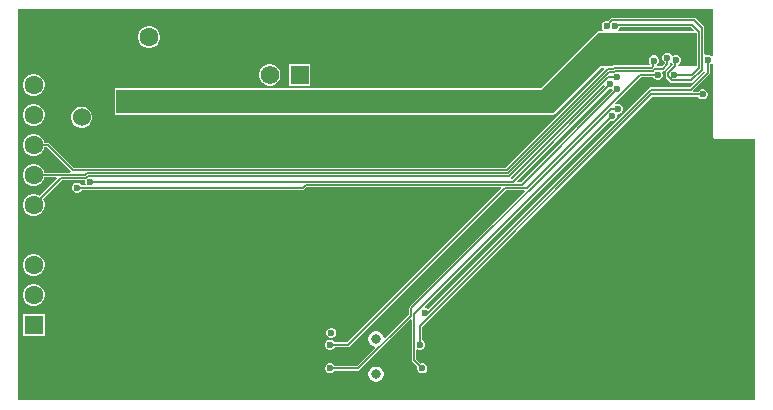
<source format=gbr>
%TF.GenerationSoftware,Altium Limited,Altium Designer,23.4.1 (23)*%
G04 Layer_Physical_Order=2*
G04 Layer_Color=16711680*
%FSLAX45Y45*%
%MOMM*%
%TF.SameCoordinates,38C36DA3-20F4-41F3-B595-29ED6E075D57*%
%TF.FilePolarity,Positive*%
%TF.FileFunction,Copper,L2,Bot,Signal*%
%TF.Part,Single*%
G01*
G75*
%TA.AperFunction,Conductor*%
%ADD25C,0.12700*%
%TA.AperFunction,ViaPad*%
%ADD30C,1.60000*%
%TA.AperFunction,ComponentPad*%
%ADD31C,1.60000*%
%ADD32R,1.60000X1.60000*%
%ADD33C,0.80000*%
%ADD34C,1.52400*%
%ADD35C,1.57000*%
%ADD36R,1.57000X1.57000*%
%TA.AperFunction,ViaPad*%
%ADD37C,0.60000*%
G36*
X7987052Y5705480D02*
X7982192Y5693747D01*
X7352470D01*
X7350089Y5698434D01*
X7348576Y5706447D01*
X7358892Y5716763D01*
X7364614Y5730577D01*
X7961955D01*
X7987052Y5705480D01*
D02*
G37*
G36*
X8151253Y5875000D02*
Y5486894D01*
X8138553Y5481633D01*
X8131487Y5488699D01*
X8115794Y5495200D01*
X8098807D01*
X8090373Y5491707D01*
X8077673Y5499853D01*
Y5721749D01*
X8077673Y5721750D01*
X8076195Y5729183D01*
X8071984Y5735484D01*
X8071984Y5735485D01*
X8003734Y5803734D01*
X7997433Y5807945D01*
X7990000Y5809423D01*
X7300000D01*
X7292567Y5807945D01*
X7286266Y5803734D01*
X7286265Y5803734D01*
X7263258Y5780726D01*
X7258493Y5782700D01*
X7241506D01*
X7225812Y5776199D01*
X7213801Y5764187D01*
X7207300Y5748493D01*
Y5731506D01*
X7213801Y5715813D01*
X7223167Y5706447D01*
X7219551Y5694173D01*
X7219273Y5693747D01*
X7180001D01*
X7180000Y5693747D01*
X7170280Y5689720D01*
X6694306Y5213746D01*
X3100000D01*
X3090280Y5209720D01*
X3086253Y5200000D01*
Y5000000D01*
X3090280Y4990280D01*
X3100000Y4986253D01*
X6800000D01*
X6809720Y4990280D01*
X6809720Y4990280D01*
X7205694Y5386254D01*
X7226271D01*
X7231131Y5374520D01*
X6395884Y4539273D01*
X2738195D01*
X2530734Y4746734D01*
X2524433Y4750945D01*
X2517000Y4752423D01*
X2490765D01*
X2486382Y4768781D01*
X2474178Y4789919D01*
X2456919Y4807178D01*
X2435781Y4819382D01*
X2412204Y4825700D01*
X2387796D01*
X2364219Y4819382D01*
X2343081Y4807178D01*
X2325822Y4789919D01*
X2313618Y4768781D01*
X2307300Y4745204D01*
Y4720796D01*
X2313618Y4697219D01*
X2325822Y4676081D01*
X2343081Y4658822D01*
X2364219Y4646618D01*
X2387796Y4640300D01*
X2412204D01*
X2435781Y4646618D01*
X2456919Y4658822D01*
X2474178Y4676081D01*
X2486382Y4697219D01*
X2490765Y4713577D01*
X2508955D01*
X2711408Y4511123D01*
X2706148Y4498423D01*
X2490765D01*
X2486382Y4514781D01*
X2474178Y4535919D01*
X2456919Y4553178D01*
X2435781Y4565382D01*
X2412204Y4571700D01*
X2387796D01*
X2364219Y4565382D01*
X2343081Y4553178D01*
X2325822Y4535919D01*
X2313618Y4514781D01*
X2307300Y4491204D01*
Y4466796D01*
X2313618Y4443219D01*
X2325822Y4422081D01*
X2343081Y4404822D01*
X2364219Y4392618D01*
X2387796Y4386300D01*
X2412204D01*
X2435781Y4392618D01*
X2456919Y4404822D01*
X2474178Y4422081D01*
X2486382Y4443219D01*
X2490765Y4459577D01*
X2590515D01*
X2595375Y4447844D01*
X2450447Y4302915D01*
X2435781Y4311382D01*
X2412204Y4317700D01*
X2387796D01*
X2364219Y4311382D01*
X2343081Y4299178D01*
X2325822Y4281919D01*
X2313618Y4260781D01*
X2307300Y4237204D01*
Y4212796D01*
X2313618Y4189219D01*
X2325822Y4168081D01*
X2343081Y4150822D01*
X2364219Y4138618D01*
X2387796Y4132300D01*
X2412204D01*
X2435781Y4138618D01*
X2456919Y4150822D01*
X2474178Y4168081D01*
X2486382Y4189219D01*
X2492700Y4212796D01*
Y4237204D01*
X2486382Y4260781D01*
X2477915Y4275447D01*
X2636645Y4434177D01*
X2833503D01*
X2837300Y4428493D01*
Y4411507D01*
X2840793Y4403073D01*
X2832647Y4390373D01*
X2807223D01*
X2805249Y4395138D01*
X2793237Y4407149D01*
X2777544Y4413650D01*
X2760557D01*
X2744863Y4407149D01*
X2732851Y4395138D01*
X2726350Y4379444D01*
Y4362457D01*
X2732851Y4346763D01*
X2744863Y4334751D01*
X2760557Y4328250D01*
X2777544D01*
X2793237Y4334751D01*
X2805249Y4346763D01*
X2807223Y4351527D01*
X4677667D01*
X4685100Y4353006D01*
X4691401Y4357216D01*
X4709362Y4375177D01*
X6353765D01*
X6358625Y4363444D01*
X5054604Y3059423D01*
X4948173D01*
X4946199Y3064187D01*
X4934187Y3076199D01*
X4918494Y3082700D01*
X4901507D01*
X4885813Y3076199D01*
X4873801Y3064187D01*
X4867300Y3048494D01*
Y3031507D01*
X4873801Y3015813D01*
X4885813Y3003801D01*
X4901507Y2997300D01*
X4918494D01*
X4934187Y3003801D01*
X4946199Y3015813D01*
X4948173Y3020577D01*
X5062650D01*
X5070083Y3022055D01*
X5076384Y3026266D01*
X6399895Y4349777D01*
X6553848D01*
X6558708Y4338044D01*
X5581816Y3361152D01*
X5577606Y3354850D01*
X5576127Y3347417D01*
Y3295191D01*
X5374233Y3093297D01*
X5368241Y3095779D01*
X5362295Y3099320D01*
X5358070Y3115089D01*
X5349513Y3129911D01*
X5337411Y3142013D01*
X5322589Y3150570D01*
X5306057Y3155000D01*
X5288942D01*
X5272411Y3150570D01*
X5257589Y3142013D01*
X5245487Y3129911D01*
X5236930Y3115089D01*
X5232500Y3098557D01*
Y3081442D01*
X5236930Y3064911D01*
X5245487Y3050089D01*
X5257589Y3037987D01*
X5272411Y3029430D01*
X5288180Y3025205D01*
X5291721Y3019258D01*
X5294203Y3013267D01*
X5140359Y2859423D01*
X4948173D01*
X4946199Y2864187D01*
X4934187Y2876199D01*
X4918494Y2882700D01*
X4901507D01*
X4885813Y2876199D01*
X4873801Y2864187D01*
X4867300Y2848493D01*
Y2831506D01*
X4873801Y2815813D01*
X4885813Y2803801D01*
X4901507Y2797300D01*
X4918494D01*
X4934187Y2803801D01*
X4946199Y2815813D01*
X4948173Y2820577D01*
X5148404D01*
X5155837Y2822055D01*
X5162139Y2826266D01*
X5589794Y3253921D01*
X5601527Y3249061D01*
Y2909050D01*
X5603006Y2901617D01*
X5607216Y2895316D01*
X5649274Y2853258D01*
X5647300Y2848493D01*
Y2831506D01*
X5653801Y2815813D01*
X5665813Y2803801D01*
X5681507Y2797300D01*
X5698494D01*
X5714187Y2803801D01*
X5726199Y2815813D01*
X5732700Y2831506D01*
Y2848493D01*
X5726199Y2864187D01*
X5714187Y2876199D01*
X5698494Y2882700D01*
X5681507D01*
X5676742Y2880726D01*
X5640373Y2917095D01*
Y2992647D01*
X5653074Y3000793D01*
X5661507Y2997300D01*
X5678494D01*
X5694187Y3003801D01*
X5706199Y3015813D01*
X5712700Y3031507D01*
Y3048494D01*
X5706199Y3064187D01*
X5694187Y3076199D01*
X5689423Y3078173D01*
Y3192588D01*
X7637412Y5140577D01*
X8024327D01*
X8026301Y5135812D01*
X8038312Y5123801D01*
X8054006Y5117300D01*
X8070993D01*
X8086687Y5123801D01*
X8098699Y5135812D01*
X8105200Y5151506D01*
Y5168493D01*
X8098699Y5184187D01*
X8086687Y5196199D01*
X8070993Y5202700D01*
X8054006D01*
X8038312Y5196199D01*
X8026301Y5184187D01*
X8024327Y5179423D01*
X7989452D01*
X7984192Y5192123D01*
X8121034Y5328965D01*
X8125245Y5335267D01*
X8126723Y5342700D01*
Y5414327D01*
X8131487Y5416301D01*
X8138553Y5423367D01*
X8151253Y5418106D01*
Y4800000D01*
X8155280Y4790280D01*
X8165000Y4786254D01*
X8504609D01*
Y2570391D01*
X2270391D01*
Y5879609D01*
X8148173D01*
X8151253Y5875000D01*
D02*
G37*
G36*
X8013427Y5679105D02*
Y5400000D01*
X7857795D01*
X7855269Y5412700D01*
X7859235Y5414343D01*
X7871247Y5426355D01*
X7877748Y5442049D01*
Y5459036D01*
X7871247Y5474730D01*
X7859235Y5486741D01*
X7843541Y5493242D01*
X7826554D01*
X7810860Y5486741D01*
X7803693Y5488167D01*
X7801199Y5494188D01*
X7789188Y5506199D01*
X7773494Y5512700D01*
X7756507D01*
X7740813Y5506199D01*
X7728801Y5494188D01*
X7722300Y5478494D01*
Y5461507D01*
X7728801Y5445813D01*
X7740813Y5433801D01*
X7740848Y5433787D01*
X7742626Y5420094D01*
X7722532Y5400000D01*
X7680199D01*
X7679493Y5401134D01*
X7676305Y5412700D01*
X7685842Y5422237D01*
X7692343Y5437931D01*
Y5454918D01*
X7685842Y5470612D01*
X7673830Y5482624D01*
X7658137Y5489124D01*
X7641150D01*
X7625456Y5482624D01*
X7613444Y5470612D01*
X7606943Y5454918D01*
Y5437931D01*
X7613444Y5422237D01*
X7616180Y5419501D01*
X7610919Y5406801D01*
X7312614D01*
X7305181Y5405323D01*
X7298879Y5401112D01*
X7297767Y5400000D01*
X7200000D01*
X6800000Y5000000D01*
X3100000D01*
Y5200000D01*
X6700000D01*
X7180000Y5680000D01*
X8012532D01*
X8013427Y5679105D01*
D02*
G37*
G36*
X7810403Y5414801D02*
Y5409538D01*
X7756266Y5355401D01*
X7752055Y5349100D01*
X7750577Y5341666D01*
Y5312933D01*
X7752055Y5305500D01*
X7756266Y5299199D01*
X7790949Y5264516D01*
X7797250Y5260305D01*
X7804683Y5258827D01*
X7968250D01*
X7975683Y5260305D01*
X7981984Y5264516D01*
X8069087Y5351619D01*
X8079714Y5349219D01*
X8080302Y5348816D01*
X8080863Y5343732D01*
X7956885Y5219753D01*
X7624409D01*
X7616976Y5218275D01*
X7610675Y5214064D01*
X7610674Y5214063D01*
X5738499Y3341888D01*
X5734187Y3346199D01*
X5718494Y3352700D01*
X5715629D01*
X5710368Y3365400D01*
X7284242Y4939273D01*
X7289006Y4937300D01*
X7305993D01*
X7321687Y4943801D01*
X7333699Y4955812D01*
X7340199Y4971506D01*
Y4988493D01*
X7343310Y4993149D01*
X7352534D01*
X7368228Y4999650D01*
X7380240Y5011662D01*
X7386741Y5027355D01*
Y5044342D01*
X7380240Y5060036D01*
X7368228Y5072048D01*
X7352534Y5078549D01*
X7335547D01*
X7327520Y5075224D01*
X7320325Y5085990D01*
X7539912Y5305577D01*
X7644327D01*
X7646301Y5300813D01*
X7658313Y5288801D01*
X7674006Y5282300D01*
X7690994D01*
X7706687Y5288801D01*
X7718699Y5300813D01*
X7725200Y5316507D01*
Y5333494D01*
X7721707Y5341927D01*
X7722277Y5345018D01*
X7728890Y5355590D01*
X7731483Y5356105D01*
X7737784Y5360316D01*
X7778735Y5401266D01*
X7782945Y5407567D01*
X7784423Y5415000D01*
Y5419768D01*
X7787199Y5421410D01*
X7798849Y5426355D01*
X7810403Y5414801D01*
D02*
G37*
G36*
X7233536Y5232186D02*
X7234632Y5227462D01*
X6452916Y4445747D01*
X6440603Y4446498D01*
X6438705Y4455316D01*
X7219572Y5236182D01*
X7233536Y5232186D01*
D02*
G37*
G36*
X7273820Y5204975D02*
X7290806D01*
X7294863Y5202264D01*
X7300349Y5195181D01*
X7301773Y5191742D01*
X6524055Y4414023D01*
X6492724D01*
X6487864Y4425756D01*
X7269055Y5206948D01*
X7273820Y5204975D01*
D02*
G37*
%LPC*%
G36*
X3389818Y5737707D02*
X3365410D01*
X3341833Y5731389D01*
X3320695Y5719185D01*
X3303436Y5701926D01*
X3291232Y5680787D01*
X3284914Y5657211D01*
Y5632803D01*
X3291232Y5609226D01*
X3303436Y5588088D01*
X3320695Y5570828D01*
X3341833Y5558624D01*
X3365410Y5552307D01*
X3389818D01*
X3413395Y5558624D01*
X3434533Y5570828D01*
X3451792Y5588088D01*
X3463996Y5609226D01*
X3470314Y5632803D01*
Y5657211D01*
X3463996Y5680787D01*
X3451792Y5701926D01*
X3434533Y5719185D01*
X3413395Y5731389D01*
X3389818Y5737707D01*
D02*
G37*
G36*
X4743200Y5416200D02*
X4560800D01*
Y5233800D01*
X4743200D01*
Y5416200D01*
D02*
G37*
G36*
X4410007D02*
X4385994D01*
X4362798Y5409985D01*
X4342002Y5397978D01*
X4325022Y5380998D01*
X4313015Y5360202D01*
X4306800Y5337007D01*
Y5312993D01*
X4313015Y5289798D01*
X4325022Y5269002D01*
X4342002Y5252022D01*
X4362798Y5240015D01*
X4385994Y5233800D01*
X4410007D01*
X4433202Y5240015D01*
X4453998Y5252022D01*
X4470978Y5269002D01*
X4482985Y5289798D01*
X4489200Y5312993D01*
Y5337007D01*
X4482985Y5360202D01*
X4470978Y5380998D01*
X4453998Y5397978D01*
X4433202Y5409985D01*
X4410007Y5416200D01*
D02*
G37*
G36*
X2412204Y5333700D02*
X2387796D01*
X2364219Y5327382D01*
X2343081Y5315178D01*
X2325822Y5297919D01*
X2313618Y5276781D01*
X2307300Y5253204D01*
Y5228796D01*
X2313618Y5205219D01*
X2325822Y5184081D01*
X2343081Y5166822D01*
X2364219Y5154618D01*
X2387796Y5148300D01*
X2412204D01*
X2435781Y5154618D01*
X2456919Y5166822D01*
X2474178Y5184081D01*
X2486382Y5205219D01*
X2492700Y5228796D01*
Y5253204D01*
X2486382Y5276781D01*
X2474178Y5297919D01*
X2456919Y5315178D01*
X2435781Y5327382D01*
X2412204Y5333700D01*
D02*
G37*
G36*
Y5079700D02*
X2387796D01*
X2364219Y5073382D01*
X2343081Y5061178D01*
X2325822Y5043919D01*
X2313618Y5022781D01*
X2307300Y4999204D01*
Y4974796D01*
X2313618Y4951219D01*
X2325822Y4930081D01*
X2343081Y4912822D01*
X2364219Y4900618D01*
X2387796Y4894300D01*
X2412204D01*
X2435781Y4900618D01*
X2456919Y4912822D01*
X2474178Y4930081D01*
X2486382Y4951219D01*
X2492700Y4974796D01*
Y4999204D01*
X2486382Y5022781D01*
X2474178Y5043919D01*
X2456919Y5061178D01*
X2435781Y5073382D01*
X2412204Y5079700D01*
D02*
G37*
G36*
X2816704Y5055000D02*
X2793296D01*
X2770686Y5048942D01*
X2750414Y5037238D01*
X2733862Y5020686D01*
X2722158Y5000414D01*
X2716100Y4977804D01*
Y4954396D01*
X2722158Y4931786D01*
X2733862Y4911514D01*
X2750414Y4894962D01*
X2770686Y4883258D01*
X2793296Y4877200D01*
X2816704D01*
X2839314Y4883258D01*
X2859586Y4894962D01*
X2876138Y4911514D01*
X2887842Y4931786D01*
X2893900Y4954396D01*
Y4977804D01*
X2887842Y5000414D01*
X2876138Y5020686D01*
X2859586Y5037238D01*
X2839314Y5048942D01*
X2816704Y5055000D01*
D02*
G37*
G36*
X2412204Y3809700D02*
X2387796D01*
X2364219Y3803382D01*
X2343081Y3791178D01*
X2325822Y3773919D01*
X2313618Y3752781D01*
X2307300Y3729204D01*
Y3704796D01*
X2313618Y3681219D01*
X2325822Y3660081D01*
X2343081Y3642822D01*
X2364219Y3630618D01*
X2387796Y3624300D01*
X2412204D01*
X2435781Y3630618D01*
X2456919Y3642822D01*
X2474178Y3660081D01*
X2486382Y3681219D01*
X2492700Y3704796D01*
Y3729204D01*
X2486382Y3752781D01*
X2474178Y3773919D01*
X2456919Y3791178D01*
X2435781Y3803382D01*
X2412204Y3809700D01*
D02*
G37*
G36*
Y3555700D02*
X2387796D01*
X2364219Y3549382D01*
X2343081Y3537178D01*
X2325822Y3519919D01*
X2313618Y3498781D01*
X2307300Y3475204D01*
Y3450796D01*
X2313618Y3427219D01*
X2325822Y3406081D01*
X2343081Y3388822D01*
X2364219Y3376618D01*
X2387796Y3370300D01*
X2412204D01*
X2435781Y3376618D01*
X2456919Y3388822D01*
X2474178Y3406081D01*
X2486382Y3427219D01*
X2492700Y3450796D01*
Y3475204D01*
X2486382Y3498781D01*
X2474178Y3519919D01*
X2456919Y3537178D01*
X2435781Y3549382D01*
X2412204Y3555700D01*
D02*
G37*
G36*
X2492700Y3301700D02*
X2307300D01*
Y3116300D01*
X2492700D01*
Y3301700D01*
D02*
G37*
G36*
X4928493Y3182700D02*
X4911506D01*
X4895812Y3176199D01*
X4883801Y3164187D01*
X4877300Y3148494D01*
Y3131507D01*
X4883801Y3115813D01*
X4895812Y3103801D01*
X4911506Y3097300D01*
X4928493D01*
X4944187Y3103801D01*
X4956199Y3115813D01*
X4962700Y3131507D01*
Y3148494D01*
X4956199Y3164187D01*
X4944187Y3176199D01*
X4928493Y3182700D01*
D02*
G37*
G36*
X5306057Y2855000D02*
X5288942D01*
X5272411Y2850570D01*
X5257589Y2842013D01*
X5245487Y2829911D01*
X5236930Y2815089D01*
X5232500Y2798558D01*
Y2781442D01*
X5236930Y2764911D01*
X5245487Y2750089D01*
X5257589Y2737987D01*
X5272411Y2729430D01*
X5288942Y2725000D01*
X5306057D01*
X5322589Y2729430D01*
X5337411Y2737987D01*
X5349513Y2750089D01*
X5358070Y2764911D01*
X5362500Y2781442D01*
Y2798558D01*
X5358070Y2815089D01*
X5349513Y2829911D01*
X5337411Y2842013D01*
X5322589Y2850570D01*
X5306057Y2855000D01*
D02*
G37*
%LPD*%
D25*
X7654571Y5374050D02*
X7724050D01*
X7765000Y5415000D01*
X7640521Y5360000D02*
X7654571Y5374050D01*
X7765000Y5415000D02*
Y5470000D01*
X7531867Y5325000D02*
X7682500D01*
X7325034Y5360000D02*
X7640521D01*
X7641975Y5397375D02*
Y5438756D01*
X7649643Y5446424D01*
X7312614Y5387378D02*
X7631978D01*
X7641975Y5397375D01*
X6576067Y4369200D02*
X7531867Y5325000D01*
X6391850Y4369200D02*
X6576067D01*
X5062650Y3040000D02*
X6391850Y4369200D01*
X2849162Y4494450D02*
X6414450D01*
X6532100Y4394600D02*
X7342500Y5205000D01*
X7259021Y5303100D02*
X7337500D01*
X7270000Y5350000D02*
X7315034D01*
X2730150Y4519850D02*
X6403929D01*
X6424971Y4469050D02*
X7259021Y5303100D01*
X6414450Y4494450D02*
X7270000Y5350000D01*
X2880000Y4420000D02*
X6454639D01*
X2859683Y4469050D02*
X6424971D01*
X4701317Y4394600D02*
X6532100D01*
X6403929Y4519850D02*
X7261461Y5377382D01*
X6454639Y4420000D02*
X7282313Y5247675D01*
X7261461Y5377382D02*
X7302618D01*
X4910000Y3040000D02*
X5062650D01*
X5148404Y2840000D02*
X5595550Y3287146D01*
X4910000Y2840000D02*
X5148404D01*
X5595550Y3287146D02*
Y3347417D01*
X5620950Y2909050D02*
Y3303450D01*
X5595550Y3347417D02*
X7283982Y5035849D01*
X5620950Y3303450D02*
X7297500Y4980000D01*
X2833712Y4479000D02*
X2849162Y4494450D01*
X4677667Y4370950D02*
X4701317Y4394600D01*
X2517000Y4733000D02*
X2730150Y4519850D01*
X2844233Y4453600D02*
X2859683Y4469050D01*
X2400000Y4733000D02*
X2517000D01*
X2400000Y4479000D02*
X2833712D01*
X2628600Y4453600D02*
X2844233D01*
X2400000Y4225000D02*
X2628600Y4453600D01*
X7283982Y5035849D02*
X7344041D01*
X5620950Y2909050D02*
X5690000Y2840000D01*
X7629367Y5160000D02*
X8062500D01*
X5670000Y3040000D02*
Y3200633D01*
X7629367Y5160000D01*
X5710000Y3310000D02*
X5734079D01*
X7624409Y5200330D01*
X7964930D02*
X8107300Y5342700D01*
X7624409Y5200330D02*
X7964930D01*
X8107300Y5342700D02*
Y5452500D01*
X7990000Y5790000D02*
X8058250Y5721750D01*
X8032850Y5382850D02*
Y5687150D01*
X8058250Y5368250D02*
Y5721750D01*
X7977300Y5327300D02*
X8032850Y5382850D01*
X7970000Y5750000D02*
X8032850Y5687150D01*
X7968250Y5278250D02*
X8058250Y5368250D01*
X2769050Y4370950D02*
X4677667D01*
X7302618Y5377382D02*
X7312614Y5387378D01*
X7315034Y5350000D02*
X7325034Y5360000D01*
X7250000Y5740000D02*
X7300000Y5790000D01*
X7322693Y5740950D02*
X7331743Y5750000D01*
X7970000D01*
X7825000Y5327300D02*
X7977300D01*
X7300000Y5790000D02*
X7990000D01*
X7804683Y5278250D02*
X7968250D01*
X7770000Y5312933D02*
X7804683Y5278250D01*
X7770000Y5312933D02*
Y5341666D01*
X7829826Y5445321D02*
X7835048Y5450542D01*
X7829826Y5401492D02*
Y5445321D01*
X7770000Y5341666D02*
X7829826Y5401492D01*
D30*
X3377614Y5645007D02*
D03*
D31*
X2400000Y5241000D02*
D03*
Y4987000D02*
D03*
Y4733000D02*
D03*
Y4225000D02*
D03*
Y3717000D02*
D03*
Y3463000D02*
D03*
Y3971000D02*
D03*
Y4479000D02*
D03*
D32*
Y3209000D02*
D03*
D33*
X5297500Y2790000D02*
D03*
Y3090000D02*
D03*
D34*
X2805000Y3467500D02*
D03*
Y4966100D02*
D03*
D35*
X4398000Y5325000D02*
D03*
D36*
X4652000D02*
D03*
D37*
X3250009Y4728421D02*
D03*
X7682500Y5325000D02*
D03*
X7282313Y5247675D02*
D03*
X7337500Y5303100D02*
D03*
X7900000Y5025000D02*
D03*
X4920000Y5060000D02*
D03*
X5710000Y3310000D02*
D03*
X5670000Y3040000D02*
D03*
X8107300Y5452500D02*
D03*
X2769050Y4370950D02*
D03*
X2880000Y4420000D02*
D03*
X7342500Y5205000D02*
D03*
X7250000Y5740000D02*
D03*
X7322693Y5740950D02*
D03*
X7980000Y5650000D02*
D03*
X4920000Y3140000D02*
D03*
X4910000Y3040000D02*
D03*
X5690000Y2840000D02*
D03*
X4910000D02*
D03*
X7340000Y5450000D02*
D03*
X7495000Y5455000D02*
D03*
X3315000Y5150000D02*
D03*
X3285000Y5075000D02*
D03*
X3237500Y5142500D02*
D03*
X7297500Y4980000D02*
D03*
X7344041Y5035849D02*
D03*
X8062500Y5160000D02*
D03*
X7649643Y5446424D02*
D03*
X7825000Y5327300D02*
D03*
X7835048Y5450542D02*
D03*
X7765000Y5470000D02*
D03*
%TF.MD5,a77ff8de6499b612801fc2386665b51e*%
M02*

</source>
